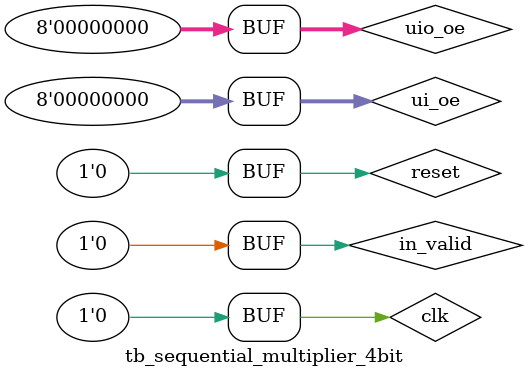
<source format=v>
`default_nettype none
`timescale 1ns / 1ps
module tb_sequential_multiplier_4bit;

    reg clk = 0;
    reg reset = 0;
    reg [7:0] ui_in;      // a[3:0]
    reg [7:0] uio_in;     // b[3:0]
    wire [7:0] uo_out;    // result
    wire [7:0] uio_out;   // unused
    reg  [7:0] ui_oe = 8'h00;
    reg  [7:0] uio_oe = 8'h00;
    reg in_valid = 0;
    wire out_done;

    // DUT instantiation
    tt_um_sequential_multiplier_4bit dut (
        .clk(clk),
        .reset(reset),
        .ui_in(ui_in),
        .uio_in(uio_in),
        .uo_out(uo_out),
        .uio_out(uio_out),
        .ui_oe(ui_oe),
        .uio_oe(uio_oe),
        .in_valid(in_valid),
        .out_done(out_done)
    );

   
endmodule


</source>
